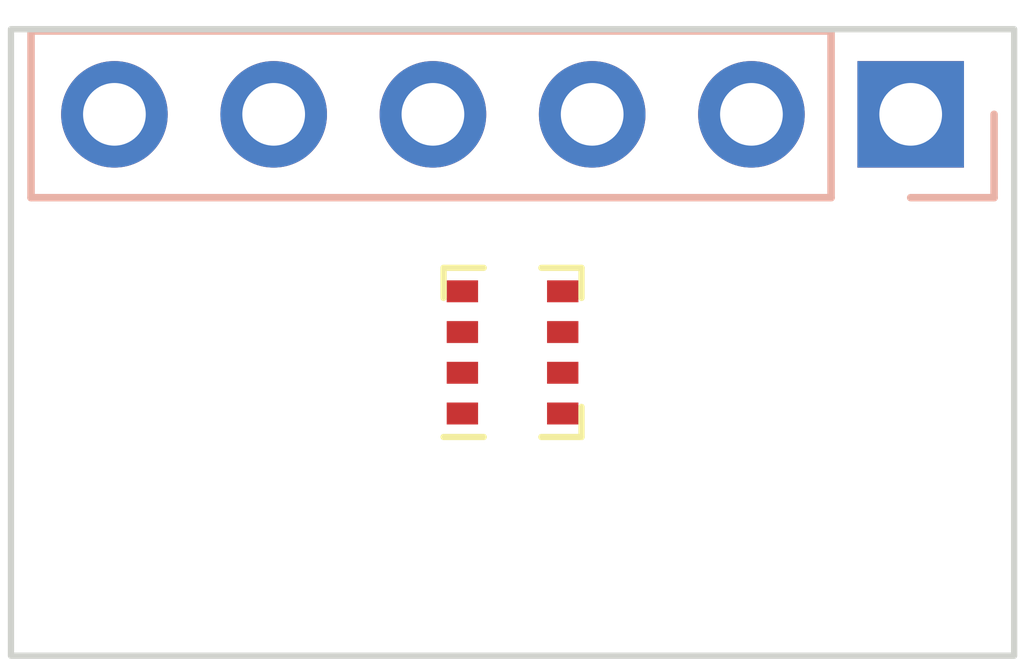
<source format=kicad_pcb>
(kicad_pcb (version 20221018) (generator pcbnew)
  (layers (0 "F.Cu" signal) (31 "B.Cu" signal) (34 "B.Paste" user) (35 "F.Paste" user) (36 "B.SilkS" user "B.Silkscreen") (37 "F.SilkS" user "F.Silkscreen") (38 "B.Mask" user) (39 "F.Mask" user) (44 "Edge.Cuts" user))
  (net 0 "")
  (footprint "Package_LGA:Bosch_LGA-8_2x2.5mm_P0.65mm_ClockwisePinNumbering" (layer "F.Cu") (at 8 5.159 90)
    (fp_text reference "REF**" hide)
    (fp_text value "Bosch_LGA-8_2x2.5mm_P0.65mm_ClockwisePinNumbering" hide)
    (fp_line (start -1.35 -0.46) (end -1.35 -1.1) (stroke (width 0.1)) (layer "F.SilkS"))
    (fp_line (start -1.35 1.1) (end -1.35 0.46) (stroke (width 0.1)) (layer "F.SilkS"))
    (fp_line (start -1.35 1.1) (end -0.87 1.1) (stroke (width 0.1)) (layer "F.SilkS"))
    (fp_line (start 0.87 -1.1) (end 1.35 -1.1) (stroke (width 0.1)) (layer "F.SilkS"))
    (fp_line (start 0.87 1.1) (end 1.35 1.1) (stroke (width 0.1)) (layer "F.SilkS"))
    (fp_line (start 1.35 -0.46) (end 1.35 -1.1) (stroke (width 0.1)) (layer "F.SilkS"))
    (fp_line (start 1.35 1.1) (end 1.35 0.46) (stroke (width 0.1)) (layer "F.SilkS"))
    (pad "1" smd rect (at -0.975 -0.8 180) (size 0.5 0.35) (layers "F.Cu" "F.Paste" "F.Mask"))
    (pad "2" smd rect (at -0.325 -0.8 180) (size 0.5 0.35) (layers "F.Cu" "F.Paste" "F.Mask"))
    (pad "3" smd rect (at 0.325 -0.8 180) (size 0.5 0.35) (layers "F.Cu" "F.Paste" "F.Mask"))
    (pad "4" smd rect (at 0.975 -0.8 180) (size 0.5 0.35) (layers "F.Cu" "F.Paste" "F.Mask"))
    (pad "5" smd rect (at 0.975 0.8 180) (size 0.5 0.35) (layers "F.Cu" "F.Paste" "F.Mask"))
    (pad "6" smd rect (at 0.325 0.8 180) (size 0.5 0.35) (layers "F.Cu" "F.Paste" "F.Mask"))
    (pad "7" smd rect (at -0.325 0.8 180) (size 0.5 0.35) (layers "F.Cu" "F.Paste" "F.Mask"))
    (pad "8" smd rect (at -0.975 0.8 180) (size 0.5 0.35) (layers "F.Cu" "F.Paste" "F.Mask"))
  )
  (footprint "Connector_PinHeader_2.54mm:PinHeader_1x06_P2.54mm_Vertical" (layer "B.Cu") (at 14.35 1.359 90)
    (fp_text reference "REF**" hide)
    (fp_text value "PinHeader_1x06_P2.54mm_Vertical" hide)
    (fp_line (start -1.33 -14.03) (end 1.33 -14.03) (stroke (width 0.12)) (layer "B.SilkS"))
    (fp_line (start -1.33 -1.27) (end -1.33 -14.03) (stroke (width 0.12)) (layer "B.SilkS"))
    (fp_line (start -1.33 -1.27) (end 1.33 -1.27) (stroke (width 0.12)) (layer "B.SilkS"))
    (fp_line (start -1.33 0) (end -1.33 1.33) (stroke (width 0.12)) (layer "B.SilkS"))
    (fp_line (start -1.33 1.33) (end 0 1.33) (stroke (width 0.12)) (layer "B.SilkS"))
    (fp_line (start 1.33 -1.27) (end 1.33 -14.03) (stroke (width 0.12)) (layer "B.SilkS"))
    (pad "1" thru_hole rect (at 0 0 90) (size 1.7 1.7) (drill 1) (layers "*.Cu" "*.Mask"))
    (pad "2" thru_hole oval (at 0 -2.54 90) (size 1.7 1.7) (drill 1) (layers "*.Cu" "*.Mask"))
    (pad "3" thru_hole oval (at 0 -5.08 90) (size 1.7 1.7) (drill 1) (layers "*.Cu" "*.Mask"))
    (pad "4" thru_hole oval (at 0 -7.62 90) (size 1.7 1.7) (drill 1) (layers "*.Cu" "*.Mask"))
    (pad "5" thru_hole oval (at 0 -10.16 90) (size 1.7 1.7) (drill 1) (layers "*.Cu" "*.Mask"))
    (pad "6" thru_hole oval (at 0 -12.7 90) (size 1.7 1.7) (drill 1) (layers "*.Cu" "*.Mask"))
  )
  (gr_rect (start 0 0) (end 16 10) (stroke (width 0.1)) (fill none) (layer "Edge.Cuts"))
)
</source>
